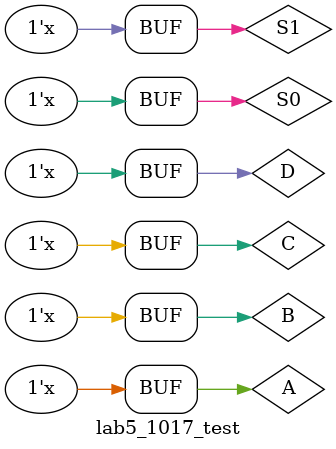
<source format=v>
`timescale 1ns / 1ps


module lab5_1017_test;

	// Inputs
	reg A;
	reg B;
	reg C;
	reg D;
	reg S0;
	reg S1;

	// Outputs
	wire Y;

	// Instantiate the Unit Under Test (UUT)
	LAB5_1017 uut (
		.A(A), 
		.B(B), 
		.C(C), 
		.D(D), 
		.S0(S0), 
		.S1(S1), 
		.Y(Y)
	);

	initial begin
		// Initialize Inputs
		A = 0;
		B = 0;
		C = 0;
		D = 0;
		S0 = 0;
		S1 = 0;

		// Wait 100 ns for global reset to finish
	//	#3000;
    //  $finish;  
		// Add stimulus here

	end
   always #100 A=~A;
	always #200 B=~B;
	always #400 C=~C;
	always #800 D=~D;
	always #1000 S0=~S0;
	always #2000 S1=~S1;
	
   
endmodule


</source>
